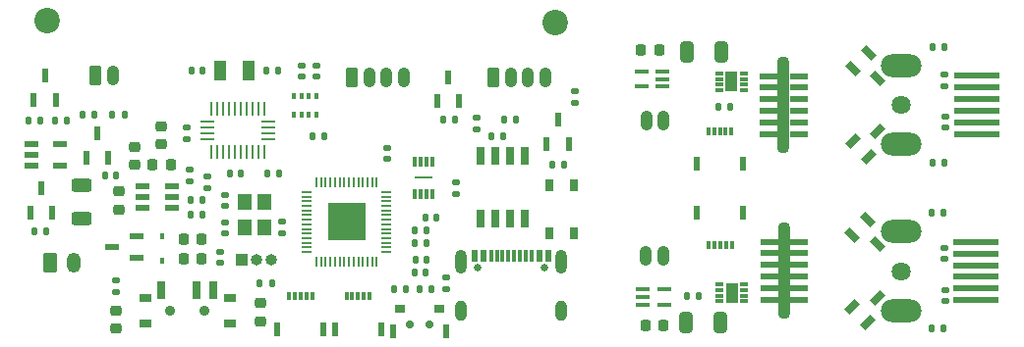
<source format=gbr>
%TF.GenerationSoftware,KiCad,Pcbnew,(6.0.4)*%
%TF.CreationDate,2023-03-27T13:04:32+09:00*%
%TF.ProjectId,kaguya-elec,6b616775-7961-42d6-956c-65632e6b6963,rev?*%
%TF.SameCoordinates,Original*%
%TF.FileFunction,Soldermask,Top*%
%TF.FilePolarity,Negative*%
%FSLAX46Y46*%
G04 Gerber Fmt 4.6, Leading zero omitted, Abs format (unit mm)*
G04 Created by KiCad (PCBNEW (6.0.4)) date 2023-03-27 13:04:32*
%MOMM*%
%LPD*%
G01*
G04 APERTURE LIST*
G04 Aperture macros list*
%AMRoundRect*
0 Rectangle with rounded corners*
0 $1 Rounding radius*
0 $2 $3 $4 $5 $6 $7 $8 $9 X,Y pos of 4 corners*
0 Add a 4 corners polygon primitive as box body*
4,1,4,$2,$3,$4,$5,$6,$7,$8,$9,$2,$3,0*
0 Add four circle primitives for the rounded corners*
1,1,$1+$1,$2,$3*
1,1,$1+$1,$4,$5*
1,1,$1+$1,$6,$7*
1,1,$1+$1,$8,$9*
0 Add four rect primitives between the rounded corners*
20,1,$1+$1,$2,$3,$4,$5,0*
20,1,$1+$1,$4,$5,$6,$7,0*
20,1,$1+$1,$6,$7,$8,$9,0*
20,1,$1+$1,$8,$9,$2,$3,0*%
%AMRotRect*
0 Rectangle, with rotation*
0 The origin of the aperture is its center*
0 $1 length*
0 $2 width*
0 $3 Rotation angle, in degrees counterclockwise*
0 Add horizontal line*
21,1,$1,$2,0,0,$3*%
G04 Aperture macros list end*
%ADD10R,0.300000X0.650000*%
%ADD11R,0.500000X1.150000*%
%ADD12R,1.200000X1.400000*%
%ADD13RoundRect,0.135000X-0.135000X-0.185000X0.135000X-0.185000X0.135000X0.185000X-0.135000X0.185000X0*%
%ADD14R,1.000000X1.800000*%
%ADD15RoundRect,0.225000X-0.225000X-0.250000X0.225000X-0.250000X0.225000X0.250000X-0.225000X0.250000X0*%
%ADD16RoundRect,0.135000X0.185000X-0.135000X0.185000X0.135000X-0.185000X0.135000X-0.185000X-0.135000X0*%
%ADD17RoundRect,0.250000X-0.265000X-0.615000X0.265000X-0.615000X0.265000X0.615000X-0.265000X0.615000X0*%
%ADD18O,1.030000X1.730000*%
%ADD19R,1.200000X0.450000*%
%ADD20R,1.250000X0.600000*%
%ADD21RoundRect,0.140000X0.170000X-0.140000X0.170000X0.140000X-0.170000X0.140000X-0.170000X-0.140000X0*%
%ADD22RoundRect,0.140000X-0.140000X-0.170000X0.140000X-0.170000X0.140000X0.170000X-0.140000X0.170000X0*%
%ADD23RoundRect,0.140000X-0.170000X0.140000X-0.170000X-0.140000X0.170000X-0.140000X0.170000X0.140000X0*%
%ADD24O,1.100000X8.400000*%
%ADD25R,1.500000X0.600000*%
%ADD26R,0.700000X0.300000*%
%ADD27R,1.000000X1.700000*%
%ADD28RoundRect,0.135000X0.135000X0.185000X-0.135000X0.185000X-0.135000X-0.185000X0.135000X-0.185000X0*%
%ADD29RoundRect,0.218750X-0.218750X-0.256250X0.218750X-0.256250X0.218750X0.256250X-0.218750X0.256250X0*%
%ADD30C,0.900000*%
%ADD31R,0.700000X1.500000*%
%ADD32R,1.000000X0.800000*%
%ADD33RotRect,0.600000X1.250000X135.000000*%
%ADD34RoundRect,0.225000X0.225000X0.250000X-0.225000X0.250000X-0.225000X-0.250000X0.225000X-0.250000X0*%
%ADD35R,1.200000X0.600000*%
%ADD36RoundRect,0.250000X-0.350000X-0.625000X0.350000X-0.625000X0.350000X0.625000X-0.350000X0.625000X0*%
%ADD37O,1.200000X1.750000*%
%ADD38RotRect,0.600000X1.250000X45.000000*%
%ADD39C,2.200000*%
%ADD40C,1.630000*%
%ADD41O,3.500000X2.000000*%
%ADD42RoundRect,0.218750X0.256250X-0.218750X0.256250X0.218750X-0.256250X0.218750X-0.256250X-0.218750X0*%
%ADD43RoundRect,0.250000X-0.625000X0.312500X-0.625000X-0.312500X0.625000X-0.312500X0.625000X0.312500X0*%
%ADD44R,0.600000X1.250000*%
%ADD45R,1.000000X1.000000*%
%ADD46O,1.000000X1.000000*%
%ADD47RoundRect,0.135000X-0.185000X0.135000X-0.185000X-0.135000X0.185000X-0.135000X0.185000X0.135000X0*%
%ADD48R,0.350000X0.500000*%
%ADD49RoundRect,0.225000X0.250000X-0.225000X0.250000X0.225000X-0.250000X0.225000X-0.250000X-0.225000X0*%
%ADD50R,4.000000X0.600000*%
%ADD51RoundRect,0.140000X0.140000X0.170000X-0.140000X0.170000X-0.140000X-0.170000X0.140000X-0.170000X0*%
%ADD52R,0.450000X0.600000*%
%ADD53C,0.700000*%
%ADD54R,0.900000X0.800000*%
%ADD55R,0.600000X1.200000*%
%ADD56R,0.200000X0.875000*%
%ADD57R,0.875000X0.200000*%
%ADD58R,3.200000X3.200000*%
%ADD59RoundRect,0.250000X0.325000X0.650000X-0.325000X0.650000X-0.325000X-0.650000X0.325000X-0.650000X0*%
%ADD60R,0.650000X1.050000*%
%ADD61R,1.150000X0.600000*%
%ADD62R,0.700000X1.550000*%
%ADD63R,0.300000X0.900000*%
%ADD64R,1.650000X0.250000*%
%ADD65RoundRect,0.218750X0.218750X0.256250X-0.218750X0.256250X-0.218750X-0.256250X0.218750X-0.256250X0*%
%ADD66R,0.250000X1.274500*%
%ADD67R,1.174500X0.250000*%
%ADD68RoundRect,0.250000X-0.325000X-0.650000X0.325000X-0.650000X0.325000X0.650000X-0.325000X0.650000X0*%
%ADD69C,0.650000*%
%ADD70R,0.600000X1.140000*%
%ADD71R,0.300000X1.140000*%
%ADD72O,1.000000X1.800000*%
%ADD73O,1.000000X2.100000*%
G04 APERTURE END LIST*
D10*
%TO.C,J6*%
X191547500Y-143043211D03*
X192047500Y-143043211D03*
X192547500Y-143043211D03*
X193047500Y-143043211D03*
X193547500Y-143043211D03*
D11*
X194532500Y-145853211D03*
X190562500Y-145853211D03*
%TD*%
D12*
%TO.C,Y1*%
X189400000Y-137050000D03*
X189400000Y-134850000D03*
X187700000Y-134850000D03*
X187700000Y-137050000D03*
%TD*%
D13*
%TO.C,R15*%
X208990000Y-129200000D03*
X210010000Y-129200000D03*
%TD*%
D14*
%TO.C,Y2*%
X185600000Y-123550000D03*
X188100000Y-123550000D03*
%TD*%
D15*
%TO.C,C34*%
X221870000Y-121750000D03*
X223420000Y-121750000D03*
%TD*%
D16*
%TO.C,R14*%
X182700000Y-129450000D03*
X182700000Y-128430000D03*
%TD*%
D17*
%TO.C,J2*%
X174850000Y-124000000D03*
D18*
X176350000Y-124000000D03*
%TD*%
D13*
%TO.C,R26*%
X225790000Y-143040000D03*
X226810000Y-143040000D03*
%TD*%
D19*
%TO.C,IC6*%
X223755000Y-124930000D03*
X223755000Y-124280000D03*
X223755000Y-123630000D03*
X221955000Y-123630000D03*
X221955000Y-124930000D03*
%TD*%
D20*
%TO.C,Q2*%
X178437500Y-139750000D03*
X178437500Y-137850000D03*
X176337500Y-138800000D03*
%TD*%
D21*
%TO.C,C13*%
X205900000Y-134180000D03*
X205900000Y-133220000D03*
%TD*%
%TO.C,C28*%
X248055620Y-143438594D03*
X248055620Y-142478594D03*
%TD*%
D22*
%TO.C,C11*%
X200620000Y-142400000D03*
X201580000Y-142400000D03*
%TD*%
D23*
%TO.C,C20*%
X248023769Y-123893769D03*
X248023769Y-124853769D03*
%TD*%
D24*
%TO.C,J8*%
X234155000Y-126485000D03*
D25*
X232855000Y-129010000D03*
X235455000Y-129010000D03*
X235455000Y-128010000D03*
X232855000Y-128010000D03*
X235455000Y-127010000D03*
X232855000Y-127010000D03*
X232855000Y-126010000D03*
X235455000Y-126010000D03*
X232855000Y-125010000D03*
X235455000Y-125010000D03*
X235455000Y-124010000D03*
X232855000Y-124010000D03*
%TD*%
D22*
%TO.C,C14*%
X186470000Y-132400000D03*
X187430000Y-132400000D03*
%TD*%
D26*
%TO.C,IC14*%
X230750000Y-143477500D03*
X230750000Y-142977500D03*
X230750000Y-142477500D03*
X230750000Y-141977500D03*
X228650000Y-141977500D03*
X228650000Y-142477500D03*
X228650000Y-142977500D03*
X228650000Y-143477500D03*
D27*
X229700000Y-142727500D03*
%TD*%
D28*
%TO.C,R13*%
X170610000Y-137450000D03*
X169590000Y-137450000D03*
%TD*%
D29*
%TO.C,F1*%
X182450000Y-138100000D03*
X184025000Y-138100000D03*
%TD*%
D30*
%TO.C,S2*%
X181300000Y-144250000D03*
X184300000Y-144250000D03*
D31*
X180550000Y-142500000D03*
X183550000Y-142500000D03*
X185050000Y-142500000D03*
D32*
X179150000Y-143150000D03*
X179150000Y-145350000D03*
X186450000Y-143150000D03*
X186450000Y-145350000D03*
%TD*%
D13*
%TO.C,R28*%
X246963769Y-131503769D03*
X247983769Y-131503769D03*
%TD*%
D21*
%TO.C,C17*%
X192600000Y-124080000D03*
X192600000Y-123120000D03*
%TD*%
D10*
%TO.C,J14*%
X227672500Y-128813211D03*
X228172500Y-128813211D03*
X228672500Y-128813211D03*
X229172500Y-128813211D03*
X229672500Y-128813211D03*
D11*
X230657500Y-131623211D03*
X226687500Y-131623211D03*
%TD*%
D13*
%TO.C,R25*%
X246963769Y-121503769D03*
X247983769Y-121503769D03*
%TD*%
D28*
%TO.C,R24*%
X229545000Y-126680000D03*
X228525000Y-126680000D03*
%TD*%
D22*
%TO.C,C9*%
X202370000Y-141000000D03*
X203330000Y-141000000D03*
%TD*%
D26*
%TO.C,IC12*%
X230715000Y-125260000D03*
X230715000Y-124760000D03*
X230715000Y-124260000D03*
X230715000Y-123760000D03*
X228615000Y-123760000D03*
X228615000Y-124260000D03*
X228615000Y-124760000D03*
X228615000Y-125260000D03*
D27*
X229665000Y-124510000D03*
%TD*%
D33*
%TO.C,IC7*%
X240091406Y-143979305D03*
X241434909Y-145322808D03*
X242248082Y-143166132D03*
%TD*%
D28*
%TO.C,R9*%
X190060000Y-141950000D03*
X189040000Y-141950000D03*
%TD*%
D34*
%TO.C,C16*%
X184012500Y-139800000D03*
X182462500Y-139800000D03*
%TD*%
D28*
%TO.C,R11*%
X194610000Y-129250000D03*
X193590000Y-129250000D03*
%TD*%
D35*
%TO.C,IC4*%
X169350000Y-129850000D03*
X169350000Y-130800000D03*
X169350000Y-131750000D03*
X171850000Y-131750000D03*
X171850000Y-129850000D03*
%TD*%
D36*
%TO.C,J3*%
X171000000Y-140100000D03*
D37*
X173000000Y-140100000D03*
%TD*%
D28*
%TO.C,R19*%
X174760000Y-127350000D03*
X173740000Y-127350000D03*
%TD*%
D38*
%TO.C,IC8*%
X241434909Y-136394380D03*
X240091406Y-137737883D03*
X242248082Y-138551056D03*
%TD*%
D18*
%TO.C,J15*%
X222292500Y-139570000D03*
X223792500Y-139570000D03*
%TD*%
D39*
%TO.C,H3*%
X170700000Y-119200000D03*
%TD*%
D40*
%TO.C,M1*%
X244323769Y-126503769D03*
D41*
X244323769Y-123103769D03*
X244323769Y-129903769D03*
%TD*%
D23*
%TO.C,C22*%
X182950000Y-132120000D03*
X182950000Y-133080000D03*
%TD*%
D42*
%TO.C,D2*%
X176600000Y-145827500D03*
X176600000Y-144252500D03*
%TD*%
D16*
%TO.C,R2*%
X205100000Y-142460000D03*
X205100000Y-141440000D03*
%TD*%
D22*
%TO.C,C10*%
X203320000Y-136200000D03*
X204280000Y-136200000D03*
%TD*%
D23*
%TO.C,C5*%
X207700000Y-127620000D03*
X207700000Y-128580000D03*
%TD*%
D43*
%TO.C,R17*%
X173700000Y-133437500D03*
X173700000Y-136362500D03*
%TD*%
D44*
%TO.C,Q3*%
X169250000Y-135800000D03*
X171150000Y-135800000D03*
X170200000Y-133700000D03*
%TD*%
%TO.C,Q4*%
X174100000Y-131050000D03*
X176000000Y-131050000D03*
X175050000Y-128950000D03*
%TD*%
%TO.C,Q6*%
X204300000Y-126200000D03*
X206200000Y-126200000D03*
X205250000Y-124100000D03*
%TD*%
D21*
%TO.C,C7*%
X184500000Y-133680000D03*
X184500000Y-132720000D03*
%TD*%
D13*
%TO.C,R16*%
X210090000Y-127800000D03*
X211110000Y-127800000D03*
%TD*%
D28*
%TO.C,R21*%
X215250000Y-131700000D03*
X214230000Y-131700000D03*
%TD*%
D45*
%TO.C,J1*%
X187475000Y-139850000D03*
D46*
X188745000Y-139850000D03*
X190015000Y-139850000D03*
%TD*%
D19*
%TO.C,IC11*%
X222050000Y-142440000D03*
X222050000Y-143090000D03*
X222050000Y-143740000D03*
X223850000Y-143740000D03*
X223850000Y-142440000D03*
%TD*%
D47*
%TO.C,R10*%
X176600000Y-141640000D03*
X176600000Y-142660000D03*
%TD*%
D13*
%TO.C,R7*%
X202390000Y-137350000D03*
X203410000Y-137350000D03*
%TD*%
D22*
%TO.C,C6*%
X202420000Y-139850000D03*
X203380000Y-139850000D03*
%TD*%
D21*
%TO.C,C2*%
X200010000Y-131160000D03*
X200010000Y-130200000D03*
%TD*%
D22*
%TO.C,C12*%
X202820000Y-142450000D03*
X203780000Y-142450000D03*
%TD*%
D13*
%TO.C,R8*%
X202390000Y-138450000D03*
X203410000Y-138450000D03*
%TD*%
D28*
%TO.C,R18*%
X177360000Y-127350000D03*
X176340000Y-127350000D03*
%TD*%
D16*
%TO.C,R3*%
X190950000Y-137560000D03*
X190950000Y-136540000D03*
%TD*%
D48*
%TO.C,U3*%
X193907500Y-127350000D03*
X193257500Y-127350000D03*
X192607500Y-127350000D03*
X191957500Y-127350000D03*
X191967500Y-125750000D03*
X192617500Y-125750000D03*
X193267500Y-125750000D03*
X193917500Y-125750000D03*
%TD*%
D28*
%TO.C,R1*%
X172410000Y-127850000D03*
X171390000Y-127850000D03*
%TD*%
D44*
%TO.C,Q5*%
X213750000Y-129900000D03*
X215650000Y-129900000D03*
X214700000Y-127800000D03*
%TD*%
D49*
%TO.C,C26*%
X178250000Y-131675000D03*
X178250000Y-130125000D03*
%TD*%
D39*
%TO.C,H1*%
X214500000Y-119350000D03*
%TD*%
D21*
%TO.C,C24*%
X193900000Y-124080000D03*
X193900000Y-123120000D03*
%TD*%
D23*
%TO.C,C4*%
X186050000Y-136640000D03*
X186050000Y-137600000D03*
%TD*%
D10*
%TO.C,J7*%
X196497500Y-143043211D03*
X196997500Y-143043211D03*
X197497500Y-143043211D03*
X197997500Y-143043211D03*
X198497500Y-143043211D03*
D11*
X195512500Y-145853211D03*
X199482500Y-145853211D03*
%TD*%
D49*
%TO.C,C29*%
X180550000Y-129875000D03*
X180550000Y-128325000D03*
%TD*%
D18*
%TO.C,J10*%
X223832500Y-127840000D03*
X222332500Y-127840000D03*
%TD*%
D24*
%TO.C,J9*%
X234200000Y-140840000D03*
D25*
X235500000Y-138315000D03*
X232900000Y-138315000D03*
X235500000Y-139315000D03*
X232900000Y-139315000D03*
X235500000Y-140315000D03*
X232900000Y-140315000D03*
X235500000Y-141315000D03*
X232900000Y-141315000D03*
X235500000Y-142315000D03*
X232900000Y-142315000D03*
X235500000Y-143315000D03*
X232900000Y-143315000D03*
%TD*%
D42*
%TO.C,D1*%
X189050000Y-145187500D03*
X189050000Y-143612500D03*
%TD*%
D21*
%TO.C,C1*%
X216200000Y-126300000D03*
X216200000Y-125340000D03*
%TD*%
D50*
%TO.C,Je*%
X250823769Y-124003769D03*
X250823769Y-124003769D03*
X250823769Y-125003769D03*
X250823769Y-125003769D03*
X250823769Y-126003769D03*
X250823769Y-126003769D03*
X250823769Y-127003769D03*
X250823769Y-127003769D03*
X250823769Y-128003769D03*
X250823769Y-128003769D03*
X250823769Y-129003769D03*
X250823769Y-129003769D03*
%TD*%
D51*
%TO.C,C21*%
X184130000Y-123500000D03*
X183170000Y-123500000D03*
%TD*%
D52*
%TO.C,D3*%
X180587500Y-137850000D03*
X180587500Y-139950000D03*
%TD*%
D40*
%TO.C,M2*%
X244305620Y-140858594D03*
D41*
X244305620Y-144258594D03*
X244305620Y-137458594D03*
%TD*%
D10*
%TO.C,J13*%
X229692500Y-138586790D03*
X229192500Y-138586790D03*
X228692500Y-138586790D03*
X228192500Y-138586790D03*
X227692500Y-138586790D03*
D11*
X226707500Y-135776790D03*
X230677500Y-135776790D03*
%TD*%
D53*
%TO.C,SW1*%
X203650000Y-145500000D03*
X201950000Y-145500000D03*
D54*
X204500000Y-144100000D03*
X201100000Y-144100000D03*
D55*
X200500000Y-146100000D03*
X205100000Y-146100000D03*
%TD*%
D13*
%TO.C,R20*%
X183040000Y-134750000D03*
X184060000Y-134750000D03*
%TD*%
D56*
%TO.C,IC1*%
X199110000Y-133182000D03*
X198710000Y-133182000D03*
X198310000Y-133182000D03*
X197910000Y-133182000D03*
X197510000Y-133182000D03*
X197110000Y-133182000D03*
X196710000Y-133182000D03*
X196310000Y-133182000D03*
X195910000Y-133182000D03*
X195510000Y-133182000D03*
X195110000Y-133182000D03*
X194710000Y-133182000D03*
X194310000Y-133182000D03*
X193910000Y-133182000D03*
D57*
X193072000Y-134020000D03*
X193072000Y-134420000D03*
X193072000Y-134820000D03*
X193072000Y-135220000D03*
X193072000Y-135620000D03*
X193072000Y-136020000D03*
X193072000Y-136420000D03*
X193072000Y-136820000D03*
X193072000Y-137220000D03*
X193072000Y-137620000D03*
X193072000Y-138020000D03*
X193072000Y-138420000D03*
X193072000Y-138820000D03*
X193072000Y-139220000D03*
D56*
X193910000Y-140058000D03*
X194310000Y-140058000D03*
X194710000Y-140058000D03*
X195110000Y-140058000D03*
X195510000Y-140058000D03*
X195910000Y-140058000D03*
X196310000Y-140058000D03*
X196710000Y-140058000D03*
X197110000Y-140058000D03*
X197510000Y-140058000D03*
X197910000Y-140058000D03*
X198310000Y-140058000D03*
X198710000Y-140058000D03*
X199110000Y-140058000D03*
D57*
X199948000Y-139220000D03*
X199948000Y-138820000D03*
X199948000Y-138420000D03*
X199948000Y-138020000D03*
X199948000Y-137620000D03*
X199948000Y-137220000D03*
X199948000Y-136820000D03*
X199948000Y-136420000D03*
X199948000Y-136020000D03*
X199948000Y-135620000D03*
X199948000Y-135220000D03*
X199948000Y-134820000D03*
X199948000Y-134420000D03*
X199948000Y-134020000D03*
D58*
X196510000Y-136620000D03*
%TD*%
D59*
%TO.C,C30*%
X228675000Y-145290000D03*
X225725000Y-145290000D03*
%TD*%
D60*
%TO.C,S1*%
X213975000Y-137604685D03*
X213975000Y-133454685D03*
X216125000Y-137604685D03*
X216125000Y-133454685D03*
%TD*%
D28*
%TO.C,R4*%
X170160000Y-127850000D03*
X169140000Y-127850000D03*
%TD*%
D17*
%TO.C,J5*%
X196950000Y-124100000D03*
D18*
X198450000Y-124100000D03*
X199950000Y-124100000D03*
X201450000Y-124100000D03*
%TD*%
D28*
%TO.C,R23*%
X184060000Y-135950000D03*
X183040000Y-135950000D03*
%TD*%
%TO.C,R27*%
X247965620Y-145808594D03*
X246945620Y-145808594D03*
%TD*%
D13*
%TO.C,R12*%
X189695000Y-132400000D03*
X190715000Y-132400000D03*
%TD*%
D61*
%TO.C,IC5*%
X178900000Y-133500000D03*
X178900000Y-134450000D03*
X178900000Y-135400000D03*
X181500000Y-135400000D03*
X181500000Y-134450000D03*
X181500000Y-133500000D03*
%TD*%
D28*
%TO.C,R22*%
X205860000Y-127800000D03*
X204840000Y-127800000D03*
%TD*%
D17*
%TO.C,J4*%
X209150000Y-124100000D03*
D18*
X210650000Y-124100000D03*
X212150000Y-124100000D03*
X213650000Y-124100000D03*
%TD*%
D62*
%TO.C,IC3*%
X208045000Y-136325000D03*
X209315000Y-136325000D03*
X210585000Y-136325000D03*
X211855000Y-136325000D03*
X211855000Y-130875000D03*
X210585000Y-130875000D03*
X209315000Y-130875000D03*
X208045000Y-130875000D03*
%TD*%
D44*
%TO.C,Q1*%
X169550000Y-126050000D03*
X171450000Y-126050000D03*
X170500000Y-123950000D03*
%TD*%
D38*
%TO.C,IC9*%
X241453058Y-122039555D03*
X240109555Y-123383058D03*
X242266231Y-124196231D03*
%TD*%
D63*
%TO.C,IC2*%
X203890000Y-131390000D03*
X203390000Y-131390000D03*
X202890000Y-131390000D03*
X202390000Y-131390000D03*
X202390000Y-134190000D03*
X202890000Y-134190000D03*
X203390000Y-134190000D03*
X203890000Y-134190000D03*
D64*
X203140000Y-132790000D03*
%TD*%
D23*
%TO.C,C8*%
X185600000Y-139170000D03*
X185600000Y-140130000D03*
%TD*%
D65*
%TO.C,L1*%
X181375000Y-131650000D03*
X179800000Y-131650000D03*
%TD*%
D34*
%TO.C,C27*%
X223825000Y-145590000D03*
X222275000Y-145590000D03*
%TD*%
D33*
%TO.C,IC10*%
X240109555Y-129624480D03*
X241453058Y-130967983D03*
X242266231Y-128811307D03*
%TD*%
D51*
%TO.C,C25*%
X176650000Y-132600000D03*
X175690000Y-132600000D03*
%TD*%
D50*
%TO.C,J12*%
X250755620Y-143358594D03*
X250755620Y-143358594D03*
X250755620Y-142358594D03*
X250755620Y-142358594D03*
X250755620Y-141358594D03*
X250755620Y-141358594D03*
X250755620Y-140358594D03*
X250755620Y-140358594D03*
X250755620Y-139358594D03*
X250755620Y-139358594D03*
X250755620Y-138358594D03*
X250755620Y-138358594D03*
%TD*%
D21*
%TO.C,C3*%
X186000000Y-135210000D03*
X186000000Y-134250000D03*
%TD*%
D66*
%TO.C,AC1*%
X184887000Y-126837250D03*
D67*
X184524250Y-127950000D03*
X184524250Y-128450000D03*
X184524250Y-128950000D03*
X184524250Y-129450000D03*
D66*
X184887000Y-130562750D03*
X185387000Y-130562750D03*
X185887000Y-130562750D03*
X186387000Y-130562750D03*
X186887000Y-130562750D03*
X187387000Y-130562750D03*
X187887000Y-130562750D03*
X188387000Y-130562750D03*
X188887000Y-130562750D03*
X189387000Y-130562750D03*
D67*
X189749750Y-129450000D03*
X189749750Y-128950000D03*
X189749750Y-128450000D03*
X189749750Y-127950000D03*
D66*
X189387000Y-126837250D03*
X188887000Y-126837250D03*
X188387000Y-126837250D03*
X187887000Y-126837250D03*
X187387000Y-126837250D03*
X186887000Y-126837250D03*
X186387000Y-126837250D03*
X185887000Y-126837250D03*
X185387000Y-126837250D03*
%TD*%
D23*
%TO.C,C35*%
X248005620Y-138858594D03*
X248005620Y-139818594D03*
%TD*%
D49*
%TO.C,C15*%
X176900000Y-135525000D03*
X176900000Y-133975000D03*
%TD*%
D68*
%TO.C,C19*%
X225830000Y-121960000D03*
X228780000Y-121960000D03*
%TD*%
D28*
%TO.C,R29*%
X247915620Y-135858594D03*
X246895620Y-135858594D03*
%TD*%
D21*
%TO.C,C36*%
X248073769Y-128453769D03*
X248073769Y-127493769D03*
%TD*%
D69*
%TO.C,U1*%
X207810000Y-140590000D03*
X213590000Y-140590000D03*
D70*
X207500000Y-139520000D03*
X208300000Y-139520000D03*
D71*
X208950000Y-139520000D03*
X209450000Y-139520000D03*
X209950000Y-139520000D03*
X210450000Y-139520000D03*
X210950000Y-139520000D03*
X211450000Y-139520000D03*
X211950000Y-139520000D03*
X212450000Y-139520000D03*
D70*
X213100000Y-139520000D03*
X213900000Y-139520000D03*
D72*
X206380000Y-144270000D03*
D73*
X206380000Y-140090000D03*
X215020000Y-140090000D03*
D72*
X215020000Y-144270000D03*
%TD*%
D22*
%TO.C,C23*%
X189620000Y-123550000D03*
X190580000Y-123550000D03*
%TD*%
M02*

</source>
